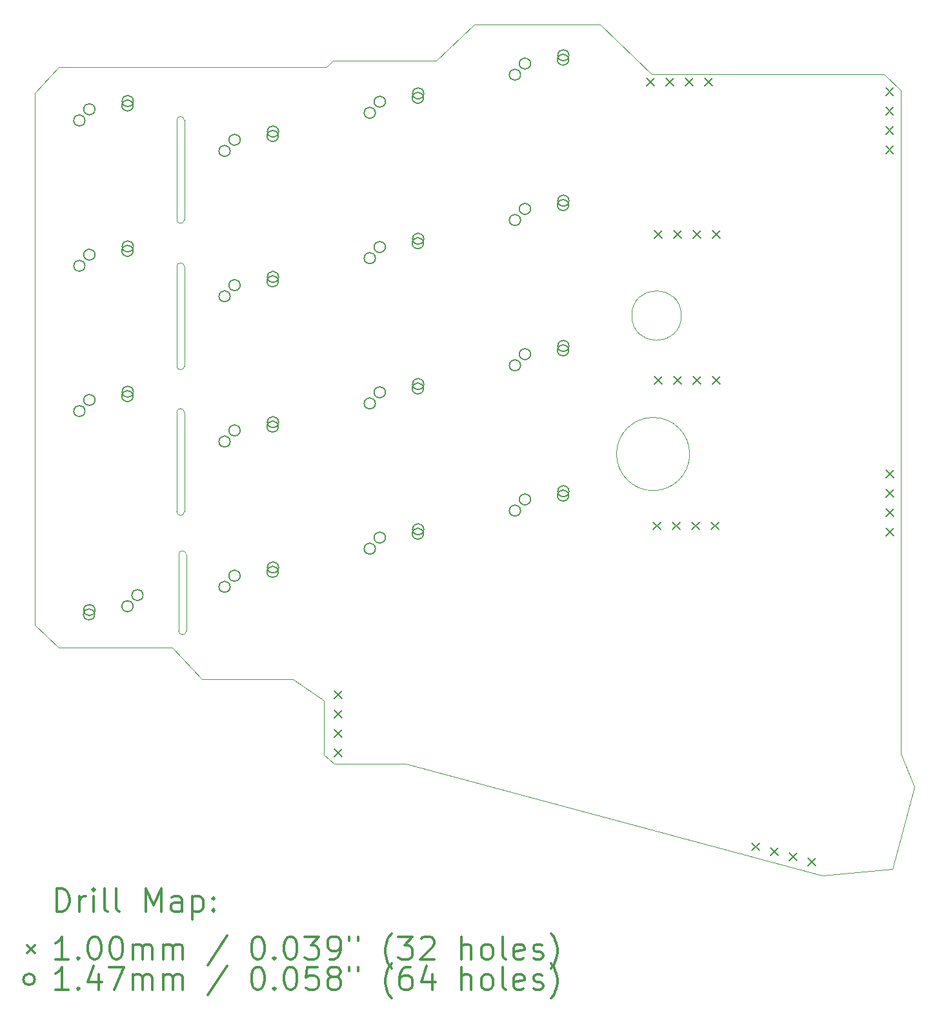
<source format=gbr>
%FSLAX45Y45*%
G04 Gerber Fmt 4.5, Leading zero omitted, Abs format (unit mm)*
G04 Created by KiCad (PCBNEW (5.1.4)-1) date 2023-05-18 17:29:43*
%MOMM*%
%LPD*%
G04 APERTURE LIST*
%ADD10C,0.050000*%
%ADD11C,0.200000*%
%ADD12C,0.300000*%
G04 APERTURE END LIST*
D10*
X3388000Y-54152000D02*
X3388000Y-55454000D01*
X3288000Y-54152000D02*
G75*
G02X3388000Y-54152000I50000J0D01*
G01*
X3288000Y-54152000D02*
X3288000Y-55454000D01*
X3388000Y-51624000D02*
G75*
G02X3288000Y-51624000I-50000J0D01*
G01*
X3288000Y-50322000D02*
X3288000Y-51624000D01*
X3288000Y-52242000D02*
X3288000Y-53544000D01*
X3388000Y-52242000D02*
X3388000Y-53544000D01*
X3288000Y-50322000D02*
G75*
G02X3388000Y-50322000I50000J0D01*
G01*
X3388000Y-53544000D02*
G75*
G02X3288000Y-53544000I-50000J0D01*
G01*
X3288000Y-52242000D02*
G75*
G02X3388000Y-52242000I50000J0D01*
G01*
X3388000Y-55454000D02*
G75*
G02X3288000Y-55454000I-50000J0D01*
G01*
X3388000Y-50322000D02*
X3388000Y-51624000D01*
X3413000Y-57018000D02*
G75*
G02X3313000Y-57018000I-50000J0D01*
G01*
X3313000Y-56018000D02*
G75*
G02X3413000Y-56018000I50000J0D01*
G01*
X3413000Y-56018000D02*
X3413000Y-57018000D01*
X3313000Y-56018000D02*
X3313000Y-57018000D01*
X1426279Y-56939295D02*
X1426279Y-49964295D01*
X12784480Y-49929016D02*
X12786421Y-58621812D01*
X5216279Y-57929295D02*
X4816279Y-57654295D01*
X1916279Y-57239295D02*
X1736279Y-57239295D01*
X1736279Y-49624295D02*
X1916279Y-49624295D01*
X10018000Y-54698000D02*
G75*
G03X10018000Y-54698000I-480000J0D01*
G01*
X9908000Y-52883000D02*
G75*
G03X9908000Y-52883000I-325000J0D01*
G01*
X5216279Y-57929295D02*
X5216279Y-58639295D01*
X6276279Y-58759295D02*
X6296279Y-58759295D01*
X12678419Y-60143040D02*
X11756279Y-60229295D01*
X12678419Y-60143040D02*
X12966232Y-59066860D01*
X3621279Y-57654295D02*
X3226279Y-57239295D01*
X12786421Y-58621812D02*
X12966232Y-59066860D01*
X6696279Y-49539295D02*
X7191279Y-49064295D01*
X5341279Y-49539295D02*
X5256279Y-49624295D01*
X12784480Y-49929016D02*
X12566279Y-49714295D01*
X8846279Y-49064295D02*
X7191279Y-49064295D01*
X3206279Y-57239295D02*
X3226279Y-57239295D01*
X9516279Y-49714295D02*
X12566279Y-49714295D01*
X1426279Y-56939295D02*
X1736279Y-57239295D01*
X8846279Y-49064295D02*
X9516279Y-49714295D01*
X6696279Y-49539295D02*
X5341279Y-49539295D01*
X3206279Y-57239295D02*
X1916279Y-57239295D01*
X3621279Y-57654295D02*
X4816279Y-57654295D01*
X5216279Y-58639295D02*
X5356279Y-58759295D01*
X6276279Y-58759295D02*
X5356279Y-58759295D01*
X1736279Y-49624295D02*
X1426279Y-49964295D01*
X11756279Y-60229295D02*
X6296279Y-58759295D01*
X1916279Y-49624295D02*
X5256279Y-49624295D01*
D11*
X9454629Y-49769554D02*
X9554629Y-49869554D01*
X9554629Y-49769554D02*
X9454629Y-49869554D01*
X9708629Y-49769554D02*
X9808629Y-49869554D01*
X9808629Y-49769554D02*
X9708629Y-49869554D01*
X9962629Y-49769554D02*
X10062629Y-49869554D01*
X10062629Y-49769554D02*
X9962629Y-49869554D01*
X10216629Y-49769554D02*
X10316629Y-49869554D01*
X10316629Y-49769554D02*
X10216629Y-49869554D01*
X9556416Y-53681520D02*
X9656416Y-53781520D01*
X9656416Y-53681520D02*
X9556416Y-53781520D01*
X9810416Y-53681520D02*
X9910416Y-53781520D01*
X9910416Y-53681520D02*
X9810416Y-53781520D01*
X10064416Y-53681520D02*
X10164416Y-53781520D01*
X10164416Y-53681520D02*
X10064416Y-53781520D01*
X10318416Y-53681520D02*
X10418416Y-53781520D01*
X10418416Y-53681520D02*
X10318416Y-53781520D01*
X10836279Y-59799295D02*
X10936279Y-59899295D01*
X10936279Y-59799295D02*
X10836279Y-59899295D01*
X11081624Y-59865035D02*
X11181624Y-59965035D01*
X11181624Y-59865035D02*
X11081624Y-59965035D01*
X11326969Y-59930775D02*
X11426969Y-60030775D01*
X11426969Y-59930775D02*
X11326969Y-60030775D01*
X11572314Y-59996515D02*
X11672314Y-60096515D01*
X11672314Y-59996515D02*
X11572314Y-60096515D01*
X9540697Y-55590097D02*
X9640697Y-55690097D01*
X9640697Y-55590097D02*
X9540697Y-55690097D01*
X9794697Y-55590097D02*
X9894697Y-55690097D01*
X9894697Y-55590097D02*
X9794697Y-55690097D01*
X10048697Y-55590097D02*
X10148697Y-55690097D01*
X10148697Y-55590097D02*
X10048697Y-55690097D01*
X10302697Y-55590097D02*
X10402697Y-55690097D01*
X10402697Y-55590097D02*
X10302697Y-55690097D01*
X12590609Y-49897830D02*
X12690609Y-49997830D01*
X12690609Y-49897830D02*
X12590609Y-49997830D01*
X12590609Y-50151830D02*
X12690609Y-50251830D01*
X12690609Y-50151830D02*
X12590609Y-50251830D01*
X12590609Y-50405830D02*
X12690609Y-50505830D01*
X12690609Y-50405830D02*
X12590609Y-50505830D01*
X12590609Y-50659830D02*
X12690609Y-50759830D01*
X12690609Y-50659830D02*
X12590609Y-50759830D01*
X5356279Y-57807295D02*
X5456279Y-57907295D01*
X5456279Y-57807295D02*
X5356279Y-57907295D01*
X5356279Y-58061295D02*
X5456279Y-58161295D01*
X5456279Y-58061295D02*
X5356279Y-58161295D01*
X5356279Y-58315295D02*
X5456279Y-58415295D01*
X5456279Y-58315295D02*
X5356279Y-58415295D01*
X5356279Y-58569295D02*
X5456279Y-58669295D01*
X5456279Y-58569295D02*
X5356279Y-58669295D01*
X9554629Y-51769554D02*
X9654629Y-51869554D01*
X9654629Y-51769554D02*
X9554629Y-51869554D01*
X9808629Y-51769554D02*
X9908629Y-51869554D01*
X9908629Y-51769554D02*
X9808629Y-51869554D01*
X10062629Y-51769554D02*
X10162629Y-51869554D01*
X10162629Y-51769554D02*
X10062629Y-51869554D01*
X10316629Y-51769554D02*
X10416629Y-51869554D01*
X10416629Y-51769554D02*
X10316629Y-51869554D01*
X12597060Y-54910489D02*
X12697060Y-55010489D01*
X12697060Y-54910489D02*
X12597060Y-55010489D01*
X12597060Y-55164489D02*
X12697060Y-55264489D01*
X12697060Y-55164489D02*
X12597060Y-55264489D01*
X12597060Y-55418489D02*
X12697060Y-55518489D01*
X12697060Y-55418489D02*
X12597060Y-55518489D01*
X12597060Y-55672489D02*
X12697060Y-55772489D01*
X12697060Y-55672489D02*
X12597060Y-55772489D01*
X3988779Y-50724000D02*
G75*
G03X3988779Y-50724000I-73500J0D01*
G01*
X4119779Y-50578000D02*
G75*
G03X4119779Y-50578000I-73500J0D01*
G01*
X4619779Y-50528000D02*
G75*
G03X4619779Y-50528000I-73500J0D01*
G01*
X4623779Y-50470000D02*
G75*
G03X4623779Y-50470000I-73500J0D01*
G01*
X5893779Y-54035295D02*
G75*
G03X5893779Y-54035295I-73500J0D01*
G01*
X6024779Y-53889295D02*
G75*
G03X6024779Y-53889295I-73500J0D01*
G01*
X6524779Y-53839295D02*
G75*
G03X6524779Y-53839295I-73500J0D01*
G01*
X6528779Y-53781295D02*
G75*
G03X6528779Y-53781295I-73500J0D01*
G01*
X2083779Y-54135295D02*
G75*
G03X2083779Y-54135295I-73500J0D01*
G01*
X2214779Y-53989295D02*
G75*
G03X2214779Y-53989295I-73500J0D01*
G01*
X2714779Y-53939295D02*
G75*
G03X2714779Y-53939295I-73500J0D01*
G01*
X2718779Y-53881295D02*
G75*
G03X2718779Y-53881295I-73500J0D01*
G01*
X2083779Y-50324000D02*
G75*
G03X2083779Y-50324000I-73500J0D01*
G01*
X2214779Y-50178000D02*
G75*
G03X2214779Y-50178000I-73500J0D01*
G01*
X2714779Y-50128000D02*
G75*
G03X2714779Y-50128000I-73500J0D01*
G01*
X2718779Y-50070000D02*
G75*
G03X2718779Y-50070000I-73500J0D01*
G01*
X3988779Y-52630295D02*
G75*
G03X3988779Y-52630295I-73500J0D01*
G01*
X4119779Y-52484295D02*
G75*
G03X4119779Y-52484295I-73500J0D01*
G01*
X4619779Y-52434295D02*
G75*
G03X4619779Y-52434295I-73500J0D01*
G01*
X4623779Y-52376295D02*
G75*
G03X4623779Y-52376295I-73500J0D01*
G01*
X7798779Y-53535295D02*
G75*
G03X7798779Y-53535295I-73500J0D01*
G01*
X7929779Y-53389295D02*
G75*
G03X7929779Y-53389295I-73500J0D01*
G01*
X8429779Y-53339295D02*
G75*
G03X8429779Y-53339295I-73500J0D01*
G01*
X8433779Y-53281295D02*
G75*
G03X8433779Y-53281295I-73500J0D01*
G01*
X5893779Y-52130295D02*
G75*
G03X5893779Y-52130295I-73500J0D01*
G01*
X6024779Y-51984295D02*
G75*
G03X6024779Y-51984295I-73500J0D01*
G01*
X6524779Y-51934295D02*
G75*
G03X6524779Y-51934295I-73500J0D01*
G01*
X6528779Y-51876295D02*
G75*
G03X6528779Y-51876295I-73500J0D01*
G01*
X2210779Y-56802295D02*
G75*
G03X2210779Y-56802295I-73500J0D01*
G01*
X2214779Y-56744295D02*
G75*
G03X2214779Y-56744295I-73500J0D01*
G01*
X2714779Y-56694295D02*
G75*
G03X2714779Y-56694295I-73500J0D01*
G01*
X2845779Y-56548295D02*
G75*
G03X2845779Y-56548295I-73500J0D01*
G01*
X3988779Y-56440295D02*
G75*
G03X3988779Y-56440295I-73500J0D01*
G01*
X4119779Y-56294295D02*
G75*
G03X4119779Y-56294295I-73500J0D01*
G01*
X4619779Y-56244295D02*
G75*
G03X4619779Y-56244295I-73500J0D01*
G01*
X4623779Y-56186295D02*
G75*
G03X4623779Y-56186295I-73500J0D01*
G01*
X3988779Y-54535295D02*
G75*
G03X3988779Y-54535295I-73500J0D01*
G01*
X4119779Y-54389295D02*
G75*
G03X4119779Y-54389295I-73500J0D01*
G01*
X4619779Y-54339295D02*
G75*
G03X4619779Y-54339295I-73500J0D01*
G01*
X4623779Y-54281295D02*
G75*
G03X4623779Y-54281295I-73500J0D01*
G01*
X7798779Y-49724000D02*
G75*
G03X7798779Y-49724000I-73500J0D01*
G01*
X7929779Y-49578000D02*
G75*
G03X7929779Y-49578000I-73500J0D01*
G01*
X8429779Y-49528000D02*
G75*
G03X8429779Y-49528000I-73500J0D01*
G01*
X8433779Y-49470000D02*
G75*
G03X8433779Y-49470000I-73500J0D01*
G01*
X5893779Y-50224000D02*
G75*
G03X5893779Y-50224000I-73500J0D01*
G01*
X6024779Y-50078000D02*
G75*
G03X6024779Y-50078000I-73500J0D01*
G01*
X6524779Y-50028000D02*
G75*
G03X6524779Y-50028000I-73500J0D01*
G01*
X6528779Y-49970000D02*
G75*
G03X6528779Y-49970000I-73500J0D01*
G01*
X7798779Y-51630295D02*
G75*
G03X7798779Y-51630295I-73500J0D01*
G01*
X7929779Y-51484295D02*
G75*
G03X7929779Y-51484295I-73500J0D01*
G01*
X8429779Y-51434295D02*
G75*
G03X8429779Y-51434295I-73500J0D01*
G01*
X8433779Y-51376295D02*
G75*
G03X8433779Y-51376295I-73500J0D01*
G01*
X5893779Y-55940295D02*
G75*
G03X5893779Y-55940295I-73500J0D01*
G01*
X6024779Y-55794295D02*
G75*
G03X6024779Y-55794295I-73500J0D01*
G01*
X6524779Y-55744295D02*
G75*
G03X6524779Y-55744295I-73500J0D01*
G01*
X6528779Y-55686295D02*
G75*
G03X6528779Y-55686295I-73500J0D01*
G01*
X2083779Y-52230295D02*
G75*
G03X2083779Y-52230295I-73500J0D01*
G01*
X2214779Y-52084295D02*
G75*
G03X2214779Y-52084295I-73500J0D01*
G01*
X2714779Y-52034295D02*
G75*
G03X2714779Y-52034295I-73500J0D01*
G01*
X2718779Y-51976295D02*
G75*
G03X2718779Y-51976295I-73500J0D01*
G01*
X7798779Y-55440295D02*
G75*
G03X7798779Y-55440295I-73500J0D01*
G01*
X7929779Y-55294295D02*
G75*
G03X7929779Y-55294295I-73500J0D01*
G01*
X8429779Y-55244295D02*
G75*
G03X8429779Y-55244295I-73500J0D01*
G01*
X8433779Y-55186295D02*
G75*
G03X8433779Y-55186295I-73500J0D01*
G01*
D12*
X1710207Y-60697509D02*
X1710207Y-60397509D01*
X1781636Y-60397509D01*
X1824493Y-60411795D01*
X1853064Y-60440367D01*
X1867350Y-60468938D01*
X1881636Y-60526081D01*
X1881636Y-60568938D01*
X1867350Y-60626081D01*
X1853064Y-60654652D01*
X1824493Y-60683224D01*
X1781636Y-60697509D01*
X1710207Y-60697509D01*
X2010207Y-60697509D02*
X2010207Y-60497509D01*
X2010207Y-60554652D02*
X2024493Y-60526081D01*
X2038779Y-60511795D01*
X2067350Y-60497509D01*
X2095922Y-60497509D01*
X2195922Y-60697509D02*
X2195922Y-60497509D01*
X2195922Y-60397509D02*
X2181636Y-60411795D01*
X2195922Y-60426081D01*
X2210207Y-60411795D01*
X2195922Y-60397509D01*
X2195922Y-60426081D01*
X2381636Y-60697509D02*
X2353065Y-60683224D01*
X2338779Y-60654652D01*
X2338779Y-60397509D01*
X2538779Y-60697509D02*
X2510207Y-60683224D01*
X2495922Y-60654652D01*
X2495922Y-60397509D01*
X2881636Y-60697509D02*
X2881636Y-60397509D01*
X2981636Y-60611795D01*
X3081636Y-60397509D01*
X3081636Y-60697509D01*
X3353064Y-60697509D02*
X3353064Y-60540367D01*
X3338779Y-60511795D01*
X3310207Y-60497509D01*
X3253064Y-60497509D01*
X3224493Y-60511795D01*
X3353064Y-60683224D02*
X3324493Y-60697509D01*
X3253064Y-60697509D01*
X3224493Y-60683224D01*
X3210207Y-60654652D01*
X3210207Y-60626081D01*
X3224493Y-60597509D01*
X3253064Y-60583224D01*
X3324493Y-60583224D01*
X3353064Y-60568938D01*
X3495922Y-60497509D02*
X3495922Y-60797509D01*
X3495922Y-60511795D02*
X3524493Y-60497509D01*
X3581636Y-60497509D01*
X3610207Y-60511795D01*
X3624493Y-60526081D01*
X3638779Y-60554652D01*
X3638779Y-60640367D01*
X3624493Y-60668938D01*
X3610207Y-60683224D01*
X3581636Y-60697509D01*
X3524493Y-60697509D01*
X3495922Y-60683224D01*
X3767350Y-60668938D02*
X3781636Y-60683224D01*
X3767350Y-60697509D01*
X3753064Y-60683224D01*
X3767350Y-60668938D01*
X3767350Y-60697509D01*
X3767350Y-60511795D02*
X3781636Y-60526081D01*
X3767350Y-60540367D01*
X3753064Y-60526081D01*
X3767350Y-60511795D01*
X3767350Y-60540367D01*
X1323779Y-61141795D02*
X1423779Y-61241795D01*
X1423779Y-61141795D02*
X1323779Y-61241795D01*
X1867350Y-61327509D02*
X1695922Y-61327509D01*
X1781636Y-61327509D02*
X1781636Y-61027509D01*
X1753064Y-61070367D01*
X1724493Y-61098938D01*
X1695922Y-61113224D01*
X1995922Y-61298938D02*
X2010207Y-61313224D01*
X1995922Y-61327509D01*
X1981636Y-61313224D01*
X1995922Y-61298938D01*
X1995922Y-61327509D01*
X2195922Y-61027509D02*
X2224493Y-61027509D01*
X2253065Y-61041795D01*
X2267350Y-61056081D01*
X2281636Y-61084652D01*
X2295922Y-61141795D01*
X2295922Y-61213224D01*
X2281636Y-61270367D01*
X2267350Y-61298938D01*
X2253065Y-61313224D01*
X2224493Y-61327509D01*
X2195922Y-61327509D01*
X2167350Y-61313224D01*
X2153065Y-61298938D01*
X2138779Y-61270367D01*
X2124493Y-61213224D01*
X2124493Y-61141795D01*
X2138779Y-61084652D01*
X2153065Y-61056081D01*
X2167350Y-61041795D01*
X2195922Y-61027509D01*
X2481636Y-61027509D02*
X2510207Y-61027509D01*
X2538779Y-61041795D01*
X2553065Y-61056081D01*
X2567350Y-61084652D01*
X2581636Y-61141795D01*
X2581636Y-61213224D01*
X2567350Y-61270367D01*
X2553065Y-61298938D01*
X2538779Y-61313224D01*
X2510207Y-61327509D01*
X2481636Y-61327509D01*
X2453065Y-61313224D01*
X2438779Y-61298938D01*
X2424493Y-61270367D01*
X2410207Y-61213224D01*
X2410207Y-61141795D01*
X2424493Y-61084652D01*
X2438779Y-61056081D01*
X2453065Y-61041795D01*
X2481636Y-61027509D01*
X2710207Y-61327509D02*
X2710207Y-61127509D01*
X2710207Y-61156081D02*
X2724493Y-61141795D01*
X2753065Y-61127509D01*
X2795922Y-61127509D01*
X2824493Y-61141795D01*
X2838779Y-61170367D01*
X2838779Y-61327509D01*
X2838779Y-61170367D02*
X2853064Y-61141795D01*
X2881636Y-61127509D01*
X2924493Y-61127509D01*
X2953064Y-61141795D01*
X2967350Y-61170367D01*
X2967350Y-61327509D01*
X3110207Y-61327509D02*
X3110207Y-61127509D01*
X3110207Y-61156081D02*
X3124493Y-61141795D01*
X3153064Y-61127509D01*
X3195922Y-61127509D01*
X3224493Y-61141795D01*
X3238779Y-61170367D01*
X3238779Y-61327509D01*
X3238779Y-61170367D02*
X3253064Y-61141795D01*
X3281636Y-61127509D01*
X3324493Y-61127509D01*
X3353064Y-61141795D01*
X3367350Y-61170367D01*
X3367350Y-61327509D01*
X3953064Y-61013224D02*
X3695922Y-61398938D01*
X4338779Y-61027509D02*
X4367350Y-61027509D01*
X4395922Y-61041795D01*
X4410207Y-61056081D01*
X4424493Y-61084652D01*
X4438779Y-61141795D01*
X4438779Y-61213224D01*
X4424493Y-61270367D01*
X4410207Y-61298938D01*
X4395922Y-61313224D01*
X4367350Y-61327509D01*
X4338779Y-61327509D01*
X4310207Y-61313224D01*
X4295922Y-61298938D01*
X4281636Y-61270367D01*
X4267350Y-61213224D01*
X4267350Y-61141795D01*
X4281636Y-61084652D01*
X4295922Y-61056081D01*
X4310207Y-61041795D01*
X4338779Y-61027509D01*
X4567350Y-61298938D02*
X4581636Y-61313224D01*
X4567350Y-61327509D01*
X4553065Y-61313224D01*
X4567350Y-61298938D01*
X4567350Y-61327509D01*
X4767350Y-61027509D02*
X4795922Y-61027509D01*
X4824493Y-61041795D01*
X4838779Y-61056081D01*
X4853065Y-61084652D01*
X4867350Y-61141795D01*
X4867350Y-61213224D01*
X4853065Y-61270367D01*
X4838779Y-61298938D01*
X4824493Y-61313224D01*
X4795922Y-61327509D01*
X4767350Y-61327509D01*
X4738779Y-61313224D01*
X4724493Y-61298938D01*
X4710207Y-61270367D01*
X4695922Y-61213224D01*
X4695922Y-61141795D01*
X4710207Y-61084652D01*
X4724493Y-61056081D01*
X4738779Y-61041795D01*
X4767350Y-61027509D01*
X4967350Y-61027509D02*
X5153065Y-61027509D01*
X5053065Y-61141795D01*
X5095922Y-61141795D01*
X5124493Y-61156081D01*
X5138779Y-61170367D01*
X5153065Y-61198938D01*
X5153065Y-61270367D01*
X5138779Y-61298938D01*
X5124493Y-61313224D01*
X5095922Y-61327509D01*
X5010207Y-61327509D01*
X4981636Y-61313224D01*
X4967350Y-61298938D01*
X5295922Y-61327509D02*
X5353065Y-61327509D01*
X5381636Y-61313224D01*
X5395922Y-61298938D01*
X5424493Y-61256081D01*
X5438779Y-61198938D01*
X5438779Y-61084652D01*
X5424493Y-61056081D01*
X5410207Y-61041795D01*
X5381636Y-61027509D01*
X5324493Y-61027509D01*
X5295922Y-61041795D01*
X5281636Y-61056081D01*
X5267350Y-61084652D01*
X5267350Y-61156081D01*
X5281636Y-61184652D01*
X5295922Y-61198938D01*
X5324493Y-61213224D01*
X5381636Y-61213224D01*
X5410207Y-61198938D01*
X5424493Y-61184652D01*
X5438779Y-61156081D01*
X5553065Y-61027509D02*
X5553065Y-61084652D01*
X5667350Y-61027509D02*
X5667350Y-61084652D01*
X6110207Y-61441795D02*
X6095922Y-61427509D01*
X6067350Y-61384652D01*
X6053064Y-61356081D01*
X6038779Y-61313224D01*
X6024493Y-61241795D01*
X6024493Y-61184652D01*
X6038779Y-61113224D01*
X6053064Y-61070367D01*
X6067350Y-61041795D01*
X6095922Y-60998938D01*
X6110207Y-60984652D01*
X6195922Y-61027509D02*
X6381636Y-61027509D01*
X6281636Y-61141795D01*
X6324493Y-61141795D01*
X6353064Y-61156081D01*
X6367350Y-61170367D01*
X6381636Y-61198938D01*
X6381636Y-61270367D01*
X6367350Y-61298938D01*
X6353064Y-61313224D01*
X6324493Y-61327509D01*
X6238779Y-61327509D01*
X6210207Y-61313224D01*
X6195922Y-61298938D01*
X6495922Y-61056081D02*
X6510207Y-61041795D01*
X6538779Y-61027509D01*
X6610207Y-61027509D01*
X6638779Y-61041795D01*
X6653064Y-61056081D01*
X6667350Y-61084652D01*
X6667350Y-61113224D01*
X6653064Y-61156081D01*
X6481636Y-61327509D01*
X6667350Y-61327509D01*
X7024493Y-61327509D02*
X7024493Y-61027509D01*
X7153064Y-61327509D02*
X7153064Y-61170367D01*
X7138779Y-61141795D01*
X7110207Y-61127509D01*
X7067350Y-61127509D01*
X7038779Y-61141795D01*
X7024493Y-61156081D01*
X7338779Y-61327509D02*
X7310207Y-61313224D01*
X7295922Y-61298938D01*
X7281636Y-61270367D01*
X7281636Y-61184652D01*
X7295922Y-61156081D01*
X7310207Y-61141795D01*
X7338779Y-61127509D01*
X7381636Y-61127509D01*
X7410207Y-61141795D01*
X7424493Y-61156081D01*
X7438779Y-61184652D01*
X7438779Y-61270367D01*
X7424493Y-61298938D01*
X7410207Y-61313224D01*
X7381636Y-61327509D01*
X7338779Y-61327509D01*
X7610207Y-61327509D02*
X7581636Y-61313224D01*
X7567350Y-61284652D01*
X7567350Y-61027509D01*
X7838779Y-61313224D02*
X7810207Y-61327509D01*
X7753064Y-61327509D01*
X7724493Y-61313224D01*
X7710207Y-61284652D01*
X7710207Y-61170367D01*
X7724493Y-61141795D01*
X7753064Y-61127509D01*
X7810207Y-61127509D01*
X7838779Y-61141795D01*
X7853064Y-61170367D01*
X7853064Y-61198938D01*
X7710207Y-61227509D01*
X7967350Y-61313224D02*
X7995922Y-61327509D01*
X8053064Y-61327509D01*
X8081636Y-61313224D01*
X8095922Y-61284652D01*
X8095922Y-61270367D01*
X8081636Y-61241795D01*
X8053064Y-61227509D01*
X8010207Y-61227509D01*
X7981636Y-61213224D01*
X7967350Y-61184652D01*
X7967350Y-61170367D01*
X7981636Y-61141795D01*
X8010207Y-61127509D01*
X8053064Y-61127509D01*
X8081636Y-61141795D01*
X8195922Y-61441795D02*
X8210207Y-61427509D01*
X8238779Y-61384652D01*
X8253064Y-61356081D01*
X8267350Y-61313224D01*
X8281636Y-61241795D01*
X8281636Y-61184652D01*
X8267350Y-61113224D01*
X8253064Y-61070367D01*
X8238779Y-61041795D01*
X8210207Y-60998938D01*
X8195922Y-60984652D01*
X1423779Y-61587795D02*
G75*
G03X1423779Y-61587795I-73500J0D01*
G01*
X1867350Y-61723509D02*
X1695922Y-61723509D01*
X1781636Y-61723509D02*
X1781636Y-61423509D01*
X1753064Y-61466367D01*
X1724493Y-61494938D01*
X1695922Y-61509224D01*
X1995922Y-61694938D02*
X2010207Y-61709224D01*
X1995922Y-61723509D01*
X1981636Y-61709224D01*
X1995922Y-61694938D01*
X1995922Y-61723509D01*
X2267350Y-61523509D02*
X2267350Y-61723509D01*
X2195922Y-61409224D02*
X2124493Y-61623509D01*
X2310207Y-61623509D01*
X2395922Y-61423509D02*
X2595922Y-61423509D01*
X2467350Y-61723509D01*
X2710207Y-61723509D02*
X2710207Y-61523509D01*
X2710207Y-61552081D02*
X2724493Y-61537795D01*
X2753065Y-61523509D01*
X2795922Y-61523509D01*
X2824493Y-61537795D01*
X2838779Y-61566367D01*
X2838779Y-61723509D01*
X2838779Y-61566367D02*
X2853064Y-61537795D01*
X2881636Y-61523509D01*
X2924493Y-61523509D01*
X2953064Y-61537795D01*
X2967350Y-61566367D01*
X2967350Y-61723509D01*
X3110207Y-61723509D02*
X3110207Y-61523509D01*
X3110207Y-61552081D02*
X3124493Y-61537795D01*
X3153064Y-61523509D01*
X3195922Y-61523509D01*
X3224493Y-61537795D01*
X3238779Y-61566367D01*
X3238779Y-61723509D01*
X3238779Y-61566367D02*
X3253064Y-61537795D01*
X3281636Y-61523509D01*
X3324493Y-61523509D01*
X3353064Y-61537795D01*
X3367350Y-61566367D01*
X3367350Y-61723509D01*
X3953064Y-61409224D02*
X3695922Y-61794938D01*
X4338779Y-61423509D02*
X4367350Y-61423509D01*
X4395922Y-61437795D01*
X4410207Y-61452081D01*
X4424493Y-61480652D01*
X4438779Y-61537795D01*
X4438779Y-61609224D01*
X4424493Y-61666367D01*
X4410207Y-61694938D01*
X4395922Y-61709224D01*
X4367350Y-61723509D01*
X4338779Y-61723509D01*
X4310207Y-61709224D01*
X4295922Y-61694938D01*
X4281636Y-61666367D01*
X4267350Y-61609224D01*
X4267350Y-61537795D01*
X4281636Y-61480652D01*
X4295922Y-61452081D01*
X4310207Y-61437795D01*
X4338779Y-61423509D01*
X4567350Y-61694938D02*
X4581636Y-61709224D01*
X4567350Y-61723509D01*
X4553065Y-61709224D01*
X4567350Y-61694938D01*
X4567350Y-61723509D01*
X4767350Y-61423509D02*
X4795922Y-61423509D01*
X4824493Y-61437795D01*
X4838779Y-61452081D01*
X4853065Y-61480652D01*
X4867350Y-61537795D01*
X4867350Y-61609224D01*
X4853065Y-61666367D01*
X4838779Y-61694938D01*
X4824493Y-61709224D01*
X4795922Y-61723509D01*
X4767350Y-61723509D01*
X4738779Y-61709224D01*
X4724493Y-61694938D01*
X4710207Y-61666367D01*
X4695922Y-61609224D01*
X4695922Y-61537795D01*
X4710207Y-61480652D01*
X4724493Y-61452081D01*
X4738779Y-61437795D01*
X4767350Y-61423509D01*
X5138779Y-61423509D02*
X4995922Y-61423509D01*
X4981636Y-61566367D01*
X4995922Y-61552081D01*
X5024493Y-61537795D01*
X5095922Y-61537795D01*
X5124493Y-61552081D01*
X5138779Y-61566367D01*
X5153065Y-61594938D01*
X5153065Y-61666367D01*
X5138779Y-61694938D01*
X5124493Y-61709224D01*
X5095922Y-61723509D01*
X5024493Y-61723509D01*
X4995922Y-61709224D01*
X4981636Y-61694938D01*
X5324493Y-61552081D02*
X5295922Y-61537795D01*
X5281636Y-61523509D01*
X5267350Y-61494938D01*
X5267350Y-61480652D01*
X5281636Y-61452081D01*
X5295922Y-61437795D01*
X5324493Y-61423509D01*
X5381636Y-61423509D01*
X5410207Y-61437795D01*
X5424493Y-61452081D01*
X5438779Y-61480652D01*
X5438779Y-61494938D01*
X5424493Y-61523509D01*
X5410207Y-61537795D01*
X5381636Y-61552081D01*
X5324493Y-61552081D01*
X5295922Y-61566367D01*
X5281636Y-61580652D01*
X5267350Y-61609224D01*
X5267350Y-61666367D01*
X5281636Y-61694938D01*
X5295922Y-61709224D01*
X5324493Y-61723509D01*
X5381636Y-61723509D01*
X5410207Y-61709224D01*
X5424493Y-61694938D01*
X5438779Y-61666367D01*
X5438779Y-61609224D01*
X5424493Y-61580652D01*
X5410207Y-61566367D01*
X5381636Y-61552081D01*
X5553065Y-61423509D02*
X5553065Y-61480652D01*
X5667350Y-61423509D02*
X5667350Y-61480652D01*
X6110207Y-61837795D02*
X6095922Y-61823509D01*
X6067350Y-61780652D01*
X6053064Y-61752081D01*
X6038779Y-61709224D01*
X6024493Y-61637795D01*
X6024493Y-61580652D01*
X6038779Y-61509224D01*
X6053064Y-61466367D01*
X6067350Y-61437795D01*
X6095922Y-61394938D01*
X6110207Y-61380652D01*
X6353064Y-61423509D02*
X6295922Y-61423509D01*
X6267350Y-61437795D01*
X6253064Y-61452081D01*
X6224493Y-61494938D01*
X6210207Y-61552081D01*
X6210207Y-61666367D01*
X6224493Y-61694938D01*
X6238779Y-61709224D01*
X6267350Y-61723509D01*
X6324493Y-61723509D01*
X6353064Y-61709224D01*
X6367350Y-61694938D01*
X6381636Y-61666367D01*
X6381636Y-61594938D01*
X6367350Y-61566367D01*
X6353064Y-61552081D01*
X6324493Y-61537795D01*
X6267350Y-61537795D01*
X6238779Y-61552081D01*
X6224493Y-61566367D01*
X6210207Y-61594938D01*
X6638779Y-61523509D02*
X6638779Y-61723509D01*
X6567350Y-61409224D02*
X6495922Y-61623509D01*
X6681636Y-61623509D01*
X7024493Y-61723509D02*
X7024493Y-61423509D01*
X7153064Y-61723509D02*
X7153064Y-61566367D01*
X7138779Y-61537795D01*
X7110207Y-61523509D01*
X7067350Y-61523509D01*
X7038779Y-61537795D01*
X7024493Y-61552081D01*
X7338779Y-61723509D02*
X7310207Y-61709224D01*
X7295922Y-61694938D01*
X7281636Y-61666367D01*
X7281636Y-61580652D01*
X7295922Y-61552081D01*
X7310207Y-61537795D01*
X7338779Y-61523509D01*
X7381636Y-61523509D01*
X7410207Y-61537795D01*
X7424493Y-61552081D01*
X7438779Y-61580652D01*
X7438779Y-61666367D01*
X7424493Y-61694938D01*
X7410207Y-61709224D01*
X7381636Y-61723509D01*
X7338779Y-61723509D01*
X7610207Y-61723509D02*
X7581636Y-61709224D01*
X7567350Y-61680652D01*
X7567350Y-61423509D01*
X7838779Y-61709224D02*
X7810207Y-61723509D01*
X7753064Y-61723509D01*
X7724493Y-61709224D01*
X7710207Y-61680652D01*
X7710207Y-61566367D01*
X7724493Y-61537795D01*
X7753064Y-61523509D01*
X7810207Y-61523509D01*
X7838779Y-61537795D01*
X7853064Y-61566367D01*
X7853064Y-61594938D01*
X7710207Y-61623509D01*
X7967350Y-61709224D02*
X7995922Y-61723509D01*
X8053064Y-61723509D01*
X8081636Y-61709224D01*
X8095922Y-61680652D01*
X8095922Y-61666367D01*
X8081636Y-61637795D01*
X8053064Y-61623509D01*
X8010207Y-61623509D01*
X7981636Y-61609224D01*
X7967350Y-61580652D01*
X7967350Y-61566367D01*
X7981636Y-61537795D01*
X8010207Y-61523509D01*
X8053064Y-61523509D01*
X8081636Y-61537795D01*
X8195922Y-61837795D02*
X8210207Y-61823509D01*
X8238779Y-61780652D01*
X8253064Y-61752081D01*
X8267350Y-61709224D01*
X8281636Y-61637795D01*
X8281636Y-61580652D01*
X8267350Y-61509224D01*
X8253064Y-61466367D01*
X8238779Y-61437795D01*
X8210207Y-61394938D01*
X8195922Y-61380652D01*
M02*

</source>
